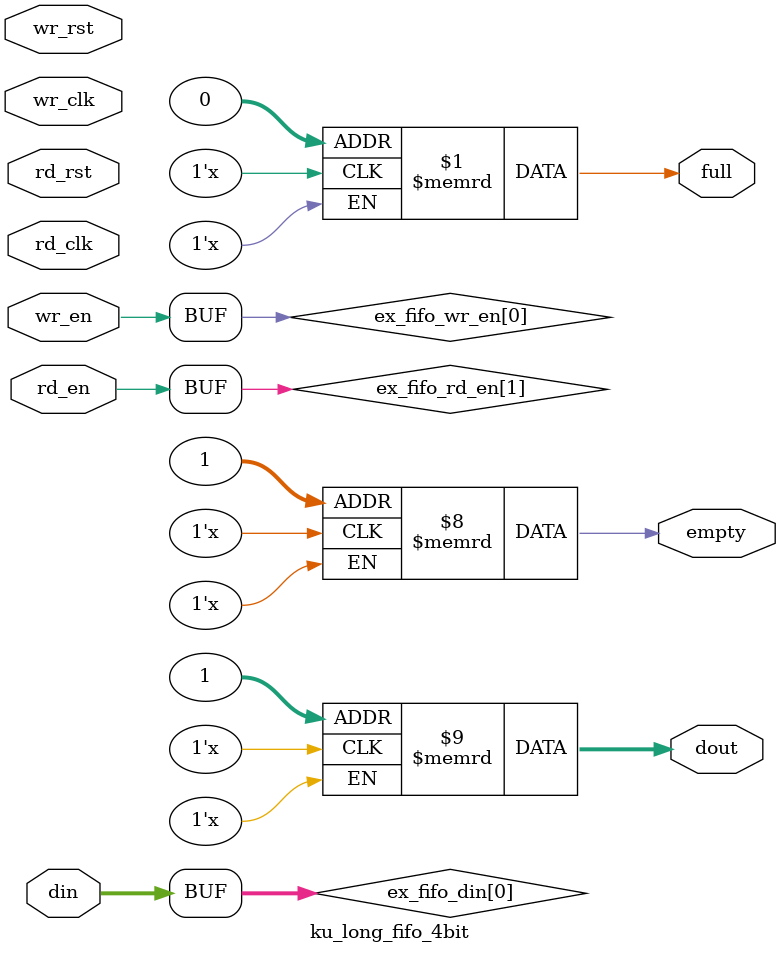
<source format=sv>
/**********************************************
_______________________________________ 
___________    Cook Darwin   __________    
_______________________________________
descript:
author : Cook.Darwin
Version: VERA.0.0
creaded: 2017/9/20 
madified:
***********************************************/
`timescale 1ns/1ps
module ku_long_fifo_4bit #(
    parameter LENGTH = 8192*2
)(
    input               wr_clk,
    input               wr_rst,
    input               rd_clk,
    input               rd_rst,
    input [3:0]         din   ,
    input               wr_en ,
    input               rd_en ,
    output [3:0]        dout  ,
    output              full  ,
    output              empty
);


// initial begin
//     if(LENGTH < 8192)begin
//         $error("%s,%d,Long FIFO <LENGHT> larger than 8192",`__FILE__,`__LINE__);
//         $finish;
//     end
// end

genvar KK;

localparam K36NUM_S = LENGTH/8192;
localparam K18_EX = (LENGTH%8192 != 0) && (LENGTH%8192 < 8192/2);
localparam K36_EX = (LENGTH%8192 != 0) && (LENGTH%8192 > 8192/2);
localparam K36NUM = K36NUM_S + K36_EX;

logic           ex_fifo_wr_en   [K36NUM-1:0];
logic           ex_fifo_rd_en   [K36NUM-1:0];
logic [3:0]     ex_fifo_din     [K36NUM-1:0];
logic [3:0]     ex_fifo_dout    [K36NUM-1:0];
logic           ex_fifo_full    [K36NUM-1:0];
logic           ex_fifo_empty   [K36NUM-1:0];

logic           k18_fifo_wr_en;
logic           k18_fifo_rd_en;
logic [3:0]     k18_fifo_din;
logic [3:0]     k18_fifo_dout;
logic           k18_fifo_full;
logic           k18_fifo_empty;

logic           k36_fifo_wr_en;
logic           k36_fifo_rd_en;
logic [3:0]     k36_fifo_din;
logic [3:0]     k36_fifo_dout;
logic           k36_fifo_full;
logic           k36_fifo_empty;

generate
if(LENGTH <= 4096)begin
fifo_ku_18bit #(
    .DSIZE  (4)
)fifo_ku_18bit_inst(
/*  input              */ .wr_clk   (wr_clk ),
/*  input              */ .wr_rst   (wr_rst ),
/*  input              */ .rd_clk   (rd_clk ),
/*  input              */ .rd_rst   (rd_rst ),
/*  input [DSIZE-1:0]  */ .din      (din    ),
/*  input              */ .wr_en    (wr_en  ),
/*  input              */ .rd_en    (rd_en  ),
/*  output [DSIZE-1:0] */ .dout     (dout   ),
/*  output             */ .full     (full   ),
/*  output             */ .empty    (empty  ),
/*  output [13-1:0]    */ .rdcount  (),
/*  output [13-1:0]    */ .wrcount  ()
);
end else if(LENGTH <= 8192)begin
fifo_ku_36bit #(
    .DSIZE  (4)
)fifo_ku_36bit_inst(
/*  input              */ .wr_clk   (wr_clk ),
/*  input              */ .wr_rst   (wr_rst ),
/*  input              */ .rd_clk   (rd_clk ),
/*  input              */ .rd_rst   (rd_rst ),
/*  input [DSIZE-1:0]  */ .din      (din    ),
/*  input              */ .wr_en    (wr_en  ),
/*  input              */ .rd_en    (rd_en  ),
/*  output [DSIZE-1:0] */ .dout     (dout   ),
/*  output             */ .full     (full   ),
/*  output             */ .empty    (empty  ),
/*  output [13-1:0]    */ .rdcount  (),
/*  output [13-1:0]    */ .wrcount  ()
);
end else begin
assign ex_fifo_din[0]   = din;
assign ex_fifo_wr_en[0] = wr_en;
assign full             = ex_fifo_full[0];
// assign empty            = ex_fifo_empty[K36NUM-1];
// assign ex_fifo_rd_en[K36NUM-1] = rd_en;

for(KK=0;KK<K36NUM;KK++)begin
fifo_ku_36bit #(
    .DSIZE  (4)
)fifo_ku_36bit_inst(
/*  input              */ .wr_clk   (wr_clk ),
/*  input              */ .wr_rst   (wr_rst ),
/*  input              */ .rd_clk   (rd_clk ),
/*  input              */ .rd_rst   (rd_rst ),
/*  input [DSIZE-1:0]  */ .din      (ex_fifo_din  [KK]  ),
/*  input              */ .wr_en    (ex_fifo_wr_en[KK]  ),
/*  input              */ .rd_en    (ex_fifo_rd_en[KK]  ),
/*  output [DSIZE-1:0] */ .dout     (ex_fifo_dout [KK]  ),
/*  output             */ .full     (ex_fifo_full [KK]  ),
/*  output             */ .empty    (ex_fifo_empty[KK]  ),
/*  output [13-1:0]    */ .rdcount  (),
/*  output [13-1:0]    */ .wrcount  ()
);
if(KK<K36NUM-1)begin
    assign ex_fifo_din[KK+1]    = ex_fifo_dout[KK];
    assign ex_fifo_wr_en[KK+1]  = !ex_fifo_empty[KK];
    assign ex_fifo_rd_en[KK]    = !ex_fifo_full[KK+1];
end

end

if(K18_EX)begin
assign k18_fifo_din      = ex_fifo_dout[K36NUM-1];
assign k18_fifo_wr_en    = !ex_fifo_empty[K36NUM-1];

assign ex_fifo_rd_en[K36NUM-1]  = !k18_fifo_full;
assign k18_fifo_rd_en    = rd_en;
assign empty        = k18_fifo_empty;
assign dout         = k18_fifo_dout;

fifo_ku_18bit #(
    .DSIZE  (4)
)fifo_ku_18bit_inst(
/*  input              */ .wr_clk   (wr_clk ),
/*  input              */ .wr_rst   (wr_rst ),
/*  input              */ .rd_clk   (rd_clk ),
/*  input              */ .rd_rst   (rd_rst ),
/*  input [DSIZE-1:0]  */ .din      (k18_fifo_din    ),
/*  input              */ .wr_en    (k18_fifo_wr_en  ),
/*  input              */ .rd_en    (k18_fifo_rd_en  ),
/*  output [DSIZE-1:0] */ .dout     (k18_fifo_dout   ),
/*  output             */ .full     (k18_fifo_full   ),
/*  output             */ .empty    (k18_fifo_empty  ),
/*  output [13-1:0]    */ .rdcount  (),
/*  output [13-1:0]    */ .wrcount  ()
);
end else if(K36_EX)begin
assign k36_fifo_din      = ex_fifo_dout[K36NUM-1];
assign k36_fifo_wr_en    = !ex_fifo_empty[K36NUM-1];

assign ex_fifo_rd_en[K36NUM-1]  = !k36_fifo_full;
assign k36_fifo_rd_en    = rd_en;
assign empty        = k36_fifo_empty;
assign dout         = k36_fifo_dout;

fifo_ku_36bit #(
    .DSIZE  (4)
)fifo_ku_36bit_inst(
/*  input              */ .wr_clk   (wr_clk ),
/*  input              */ .wr_rst   (wr_rst ),
/*  input              */ .rd_clk   (rd_clk ),
/*  input              */ .rd_rst   (rd_rst ),
/*  input [DSIZE-1:0]  */ .din      (k36_fifo_din    ),
/*  input              */ .wr_en    (k36_fifo_wr_en  ),
/*  input              */ .rd_en    (k36_fifo_rd_en  ),
/*  output [DSIZE-1:0] */ .dout     (k36_fifo_dout   ),
/*  output             */ .full     (k36_fifo_full   ),
/*  output             */ .empty    (k36_fifo_empty  ),
/*  output [13-1:0]    */ .rdcount  (),
/*  output [13-1:0]    */ .wrcount  ()
);
end else begin
assign empty            = ex_fifo_empty[K36NUM-1];
assign ex_fifo_rd_en[K36NUM-1] = rd_en;
assign dout             = ex_fifo_dout[K36NUM-1];
end

end
endgenerate

endmodule

</source>
